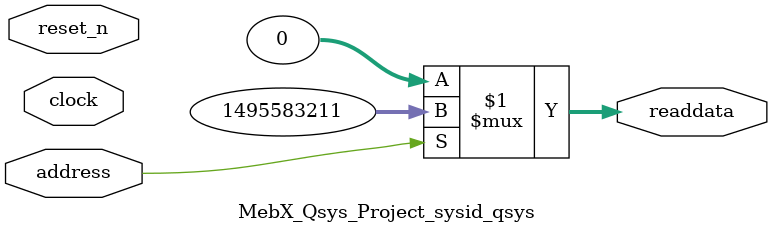
<source format=v>



// synthesis translate_off
`timescale 1ns / 1ps
// synthesis translate_on

// turn off superfluous verilog processor warnings 
// altera message_level Level1 
// altera message_off 10034 10035 10036 10037 10230 10240 10030 

module MebX_Qsys_Project_sysid_qsys (
               // inputs:
                address,
                clock,
                reset_n,

               // outputs:
                readdata
             )
;

  output  [ 31: 0] readdata;
  input            address;
  input            clock;
  input            reset_n;

  wire    [ 31: 0] readdata;
  //control_slave, which is an e_avalon_slave
  assign readdata = address ? 1495583211 : 0;

endmodule



</source>
